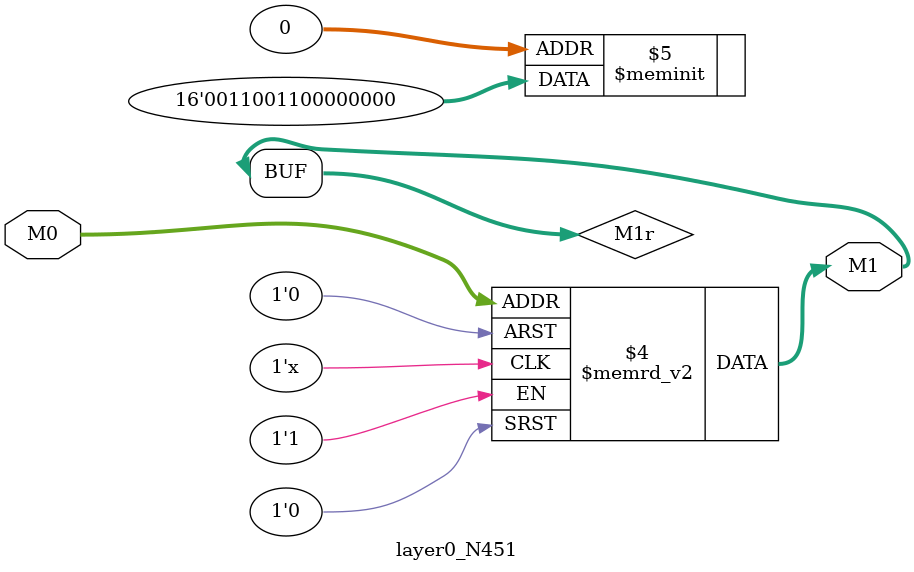
<source format=v>
module layer0_N451 ( input [2:0] M0, output [1:0] M1 );

	(*rom_style = "distributed" *) reg [1:0] M1r;
	assign M1 = M1r;
	always @ (M0) begin
		case (M0)
			3'b000: M1r = 2'b00;
			3'b100: M1r = 2'b11;
			3'b010: M1r = 2'b00;
			3'b110: M1r = 2'b11;
			3'b001: M1r = 2'b00;
			3'b101: M1r = 2'b00;
			3'b011: M1r = 2'b00;
			3'b111: M1r = 2'b00;

		endcase
	end
endmodule

</source>
